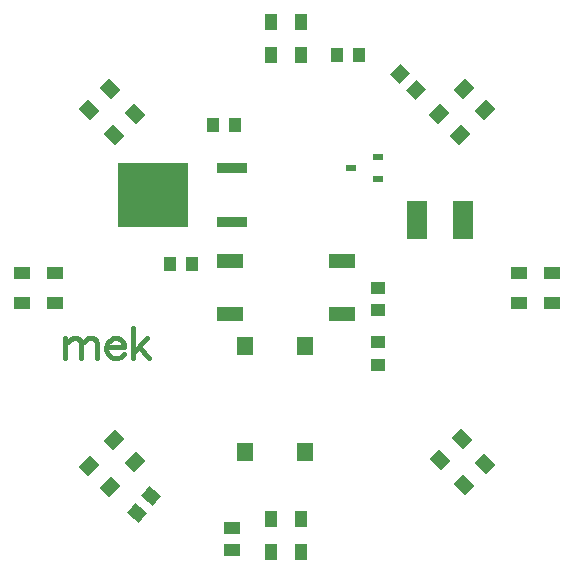
<source format=gbr>
G04 DipTrace 3.3.0.1*
G04 TopPaste.gbr*
%MOMM*%
G04 #@! TF.FileFunction,Paste,Top*
G04 #@! TF.Part,Single*
%AMOUTLINE2*
4,1,4,
0.64953,-0.7504,
-0.65047,-0.74956,
-0.64953,0.7504,
0.65047,0.74956,
0.64953,-0.7504,
0*%
%AMOUTLINE5*
4,1,4,
-0.88388,0.10607,
-0.10607,0.88388,
0.88388,-0.10607,
0.10607,-0.88388,
-0.88388,0.10607,
0*%
%AMOUTLINE8*
4,1,4,
-0.55,0.7,
0.55,0.7,
0.55,-0.7,
-0.55,-0.7,
-0.55,0.7,
0*%
%AMOUTLINE11*
4,1,4,
-0.10607,-0.88388,
-0.88388,-0.10607,
0.10607,0.88388,
0.88388,0.10607,
-0.10607,-0.88388,
0*%
%AMOUTLINE14*
4,1,4,
-0.70003,-0.54997,
-0.69997,0.55003,
0.70003,0.54997,
0.69997,-0.55003,
-0.70003,-0.54997,
0*%
%AMOUTLINE17*
4,1,4,
0.88388,-0.10607,
0.10607,-0.88388,
-0.88388,0.10607,
-0.10607,0.88388,
0.88388,-0.10607,
0*%
%AMOUTLINE20*
4,1,4,
0.55,-0.7,
-0.55,-0.7,
-0.55,0.7,
0.55,0.7,
0.55,-0.7,
0*%
%AMOUTLINE23*
4,1,4,
0.10607,0.88388,
0.88388,0.10607,
-0.10607,-0.88388,
-0.88388,-0.10607,
0.10607,0.88388,
0*%
%AMOUTLINE26*
4,1,4,
0.64992,-0.55014,
-0.65012,-0.54986,
-0.64992,0.55014,
0.65012,0.54986,
0.64992,-0.55014,
0*%
%AMOUTLINE29*
4,1,4,
0.13955,-0.83995,
-0.85148,0.00138,
-0.13955,0.83995,
0.85148,-0.00138,
0.13955,-0.83995,
0*%
%AMOUTLINE32*
4,1,4,
-0.84848,-0.07101,
0.07039,0.84854,
0.84848,0.07101,
-0.07039,-0.84854,
-0.84848,-0.07101,
0*%
%AMOUTLINE35*
4,1,4,
-0.42144,-0.23159,
-0.42845,0.21837,
0.42144,0.23159,
0.42845,-0.21837,
-0.42144,-0.23159,
0*%
%AMOUTLINE38*
4,1,4,
1.27562,0.39812,
1.27442,-0.40192,
-1.27562,-0.39812,
-1.27442,0.40192,
1.27562,0.39812,
0*%
%AMOUTLINE41*
4,1,4,
2.97895,2.67058,
2.97105,-2.67942,
-2.97895,-2.67058,
-2.97105,2.67942,
2.97895,2.67058,
0*%
%ADD33R,2.3X1.2*%
%ADD35R,1.7X3.2*%
%ADD39R,1.1X1.3*%
%ADD41R,1.3X1.1*%
%ADD43R,1.4X1.1*%
%ADD48OUTLINE2*%
%ADD51OUTLINE5*%
%ADD54OUTLINE8*%
%ADD57OUTLINE11*%
%ADD60OUTLINE14*%
%ADD63OUTLINE17*%
%ADD66OUTLINE20*%
%ADD69OUTLINE23*%
%ADD72OUTLINE26*%
%ADD75OUTLINE29*%
%ADD78OUTLINE32*%
%ADD81OUTLINE35*%
%ADD84OUTLINE38*%
%ADD87OUTLINE41*%
%ADD45C,0.39216*%
%FSLAX35Y35*%
G04*
G71*
G90*
G75*
G01*
G04 TopPaste*
%LPD*%
D48*
X158750Y-492130D3*
X-351253Y-491810D3*
X-351817Y-1391810D3*
X158187Y-1392130D3*
D43*
X-2236500Y127000D3*
Y-127000D3*
D51*
X-1492250Y1682750D3*
X-1671857Y1503143D3*
D54*
X127000Y2252377D3*
X-127000D3*
D57*
X1503143Y1687730D3*
X1682750Y1508123D3*
D60*
X2252383Y127001D3*
X2252370Y-126999D3*
D51*
X1687730Y-1487270D3*
X1508123Y-1666877D3*
D54*
X127000Y-2236500D3*
X-127000D3*
D57*
X-1666877Y-1508123D3*
X-1487270Y-1687730D3*
D41*
X777793Y-650807D3*
Y-460807D3*
Y-190480D3*
Y-480D3*
D43*
X-1952627Y-127000D3*
Y127000D3*
D63*
X-1455057Y1291323D3*
X-1275450Y1470930D3*
D66*
X-127000Y1968500D3*
X127000D3*
D69*
X1470930Y1291327D3*
X1291323Y1470933D3*
D43*
X1968500Y-127000D3*
Y127000D3*
D51*
X1307200Y-1455053D3*
X1486807Y-1275447D3*
D54*
X-127000Y-1952627D3*
X127000D3*
D57*
X-1275450Y-1470933D3*
X-1455057Y-1291327D3*
D72*
X-460373Y-2222500D3*
X-460340Y-2032493D3*
D75*
X-1143000Y-1762123D3*
X-1265960Y-1906963D3*
D39*
X428580Y1968293D3*
X618580D3*
D78*
X968273Y1809560D3*
X1102667Y1675253D3*
D81*
X777876Y920750D3*
X774919Y1110727D3*
X546426Y1012163D3*
D84*
X-460373Y555627D3*
X-459693Y1011623D3*
D87*
X-1130030Y784623D3*
D39*
X-984147Y206353D3*
X-794147D3*
X-619060Y1380980D3*
X-429060D3*
D35*
X1111133Y571440D3*
X1501133D3*
D33*
X-476000Y229000D3*
Y-221000D3*
X474000D3*
Y229000D3*
X-1868000Y-425615D2*
D45*
Y-595762D1*
Y-474188D2*
X-1831500Y-437688D1*
X-1807073Y-425615D1*
X-1770854D1*
X-1746427Y-437688D1*
X-1734354Y-474188D1*
Y-595762D1*
Y-474188D2*
X-1697854Y-437688D1*
X-1673427Y-425615D1*
X-1637208D1*
X-1612781Y-437688D1*
X-1600427Y-474188D1*
Y-595762D1*
X-1521996Y-498615D2*
X-1376276D1*
Y-474188D1*
X-1388349Y-449762D1*
X-1400422Y-437688D1*
X-1424849Y-425615D1*
X-1461349D1*
X-1485496Y-437688D1*
X-1509922Y-462115D1*
X-1521996Y-498615D1*
Y-522762D1*
X-1509922Y-559262D1*
X-1485496Y-583408D1*
X-1461349Y-595762D1*
X-1424849D1*
X-1400422Y-583408D1*
X-1376276Y-559262D1*
X-1297845Y-340542D2*
Y-595762D1*
X-1176272Y-425615D2*
X-1297845Y-547188D1*
X-1249272Y-498615D2*
X-1164199Y-595762D1*
M02*

</source>
